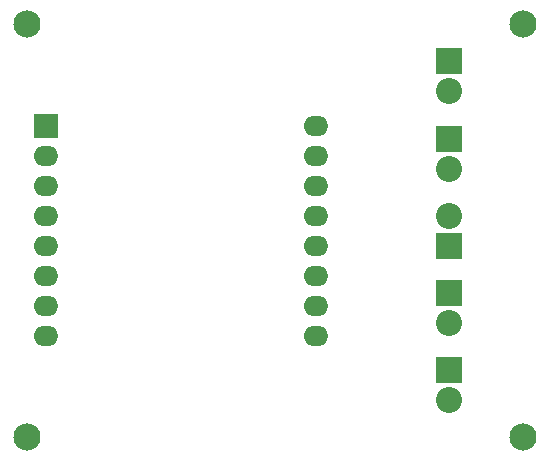
<source format=gbr>
G04 #@! TF.GenerationSoftware,KiCad,Pcbnew,5.1.4*
G04 #@! TF.CreationDate,2019-08-25T18:27:55-04:00*
G04 #@! TF.ProjectId,oven,6f76656e-2e6b-4696-9361-645f70636258,v02*
G04 #@! TF.SameCoordinates,Original*
G04 #@! TF.FileFunction,Soldermask,Bot*
G04 #@! TF.FilePolarity,Negative*
%FSLAX46Y46*%
G04 Gerber Fmt 4.6, Leading zero omitted, Abs format (unit mm)*
G04 Created by KiCad (PCBNEW 5.1.4) date 2019-08-25 18:27:55*
%MOMM*%
%LPD*%
G04 APERTURE LIST*
%ADD10O,2.101600X1.701600*%
%ADD11R,2.101600X2.101600*%
%ADD12C,2.301600*%
%ADD13R,2.201600X2.201600*%
%ADD14C,2.201600*%
G04 APERTURE END LIST*
D10*
X96830000Y-80820000D03*
D11*
X96830000Y-78280000D03*
D10*
X96830000Y-83360000D03*
X96830000Y-85900000D03*
X96830000Y-88440000D03*
X96830000Y-90980000D03*
X96830000Y-93520000D03*
X96830000Y-96060000D03*
X119690000Y-96060000D03*
X119690000Y-93520000D03*
X119690000Y-90980000D03*
X119690000Y-88440000D03*
X119690000Y-85900000D03*
X119690000Y-83360000D03*
X119690000Y-80820000D03*
X119690000Y-78280000D03*
D12*
X137210000Y-104680000D03*
X95210000Y-104680000D03*
X95210000Y-69680000D03*
X137210000Y-69680000D03*
D13*
X130950000Y-88460000D03*
D14*
X130950000Y-85920000D03*
D13*
X130950000Y-72840000D03*
D14*
X130950000Y-75380000D03*
D13*
X130950000Y-79380000D03*
D14*
X130950000Y-81920000D03*
X130950000Y-95000000D03*
D13*
X130950000Y-92460000D03*
D14*
X130950000Y-101540000D03*
D13*
X130950000Y-99000000D03*
M02*

</source>
